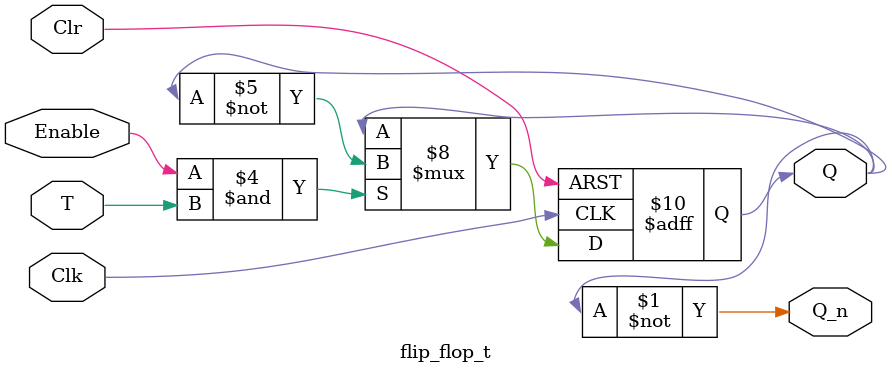
<source format=v>


module flip_flop_t(output reg Q, output Q_n, input T, input Clr, Clk, Enable);
	assign Q_n = ~Q;
	initial begin
		Q <= 1'b0;
	end
	always @ (posedge Clk, negedge Clr)
		 if(!Clr) Q <= 1'b0;
		 else if(Enable & T) Q <= ~Q;
		 else Q <= Q;
endmodule

</source>
